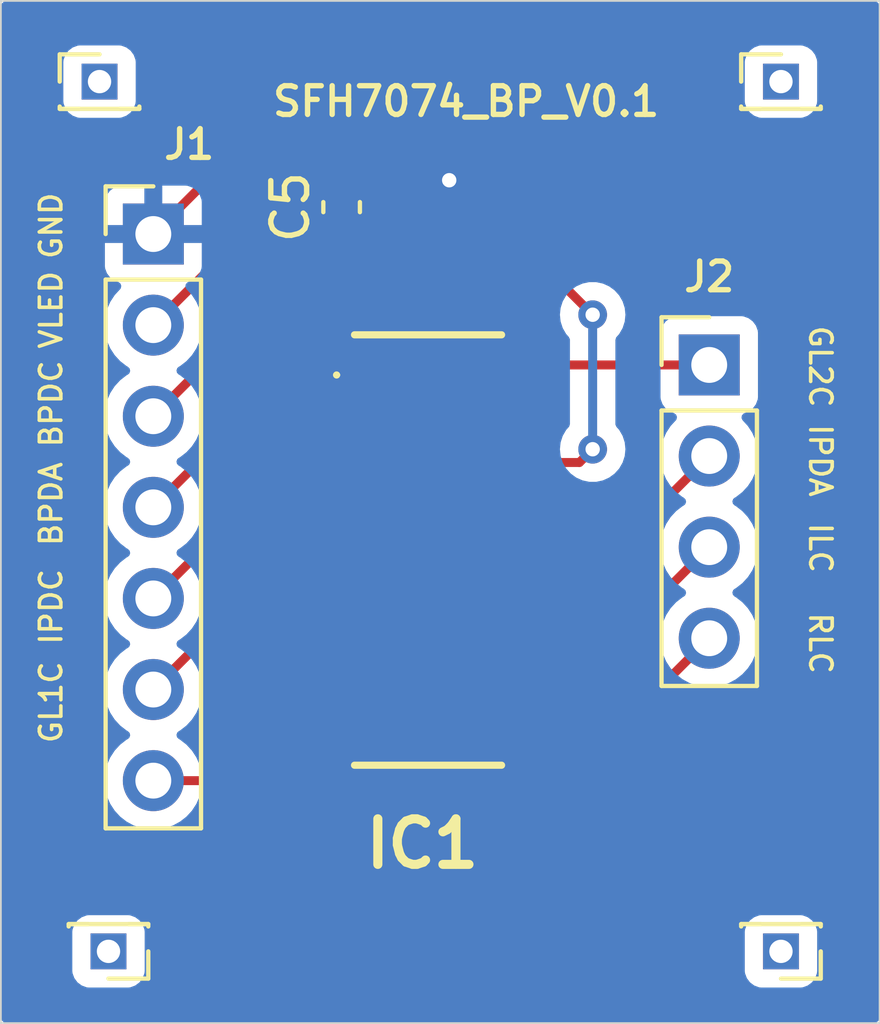
<source format=kicad_pcb>
(kicad_pcb (version 20240108) (generator "pcbnew") (generator_version "8.0")
  (layers (0 "F.Cu" signal) (31 "B.Cu" signal) (34 "B.Paste" user) (35 "F.Paste" user) (36 "B.SilkS" user "B.Silkscreen") (37 "F.SilkS" user "F.Silkscreen") (38 "B.Mask" user) (39 "F.Mask" user) (44 "Edge.Cuts" user))
  (net 0 "")
  (net 1 "GND")
  (net 2 "EXT_LED_VSUPPLY")
  (net 3 "EXT_RED_LED_C")
  (net 4 "EXT_IRDA_LED_C")
  (net 5 "EXT_PD1_C")
  (net 6 "EXT_PD1_A")
  (net 7 "EXT_PD2_C")
  (net 8 "EXT_PD3_A")
  (net 9 "EXT_PD3_C")
  (net 10 "EXT_PD2_A")
  (net 11 "EXT_GREEN_LED_C")
  (footprint "Connector_PinHeader_2.54mm:PinHeader_1x07_P2.54mm_Vertical" (layer "F.Cu") (at 24 21)
    (property "Reference" "J1" (at 1 -2.5 0) (layer "F.SilkS") (effects (font (size 0.8 0.8))))
    (property "Value" "C_01x07")
    (fp_line (start -1.33 -1.33) (end 0 -1.33) (stroke (width 0.12)) (layer "F.SilkS"))
    (fp_line (start -1.33 0) (end -1.33 -1.33) (stroke (width 0.12)) (layer "F.SilkS"))
    (fp_line (start -1.33 1.27) (end -1.33 16.57) (stroke (width 0.12)) (layer "F.SilkS"))
    (fp_line (start -1.33 1.27) (end 1.33 1.27) (stroke (width 0.12)) (layer "F.SilkS"))
    (fp_line (start -1.33 16.57) (end 1.33 16.57) (stroke (width 0.12)) (layer "F.SilkS"))
    (fp_line (start 1.33 1.27) (end 1.33 16.57) (stroke (width 0.12)) (layer "F.SilkS"))
    (pad "1" thru_hole rect (at 0 0) (size 1.7 1.7) (drill 1) (layers "*.Cu" "*.Mask") (net 1 "GND"))
    (pad "2" thru_hole oval (at 0 2.54) (size 1.7 1.7) (drill 1) (layers "*.Cu" "*.Mask") (net 2 "EXT_LED_VSUPPLY"))
    (pad "3" thru_hole oval (at 0 5.08) (size 1.7 1.7) (drill 1) (layers "*.Cu" "*.Mask") (net 5 "EXT_PD1_C"))
    (pad "4" thru_hole oval (at 0 7.62) (size 1.7 1.7) (drill 1) (layers "*.Cu" "*.Mask") (net 11 "EXT_GREEN_LED_C"))
    (pad "5" thru_hole oval (at 0 10.16) (size 1.7 1.7) (drill 1) (layers "*.Cu" "*.Mask") (net 3 "EXT_RED_LED_C"))
    (pad "6" thru_hole oval (at 0 12.7) (size 1.7 1.7) (drill 1) (layers "*.Cu" "*.Mask") (net 10 "EXT_PD2_A"))
    (pad "7" thru_hole oval (at 0 15.24) (size 1.7 1.7) (drill 1) (layers "*.Cu" "*.Mask") (net 9 "EXT_PD3_C"))
  )
  (footprint "Connector_PinHeader_2.54mm:PinHeader_1x04_P2.54mm_Vertical" (layer "F.Cu") (at 39.5 24.65)
    (property "Reference" "J2" (at 0 -2.46 0) (layer "F.SilkS") (effects (font (size 0.8 0.8))))
    (property "Value" "C_01x04")
    (fp_line (start -1.33 -1.33) (end 0 -1.33) (stroke (width 0.12)) (layer "F.SilkS"))
    (fp_line (start -1.33 0) (end -1.33 -1.33) (stroke (width 0.12)) (layer "F.SilkS"))
    (fp_line (start -1.33 1.27) (end -1.33 8.95) (stroke (width 0.12)) (layer "F.SilkS"))
    (fp_line (start -1.33 1.27) (end 1.33 1.27) (stroke (width 0.12)) (layer "F.SilkS"))
    (fp_line (start -1.33 8.95) (end 1.33 8.95) (stroke (width 0.12)) (layer "F.SilkS"))
    (fp_line (start 1.33 1.27) (end 1.33 8.95) (stroke (width 0.12)) (layer "F.SilkS"))
    (pad "1" thru_hole rect (at 0 0) (size 1.7 1.7) (drill 1) (layers "*.Cu" "*.Mask") (net 6 "EXT_PD1_A"))
    (pad "2" thru_hole oval (at 0 2.54) (size 1.7 1.7) (drill 1) (layers "*.Cu" "*.Mask") (net 4 "EXT_IRDA_LED_C"))
    (pad "3" thru_hole oval (at 0 5.08) (size 1.7 1.7) (drill 1) (layers "*.Cu" "*.Mask") (net 7 "EXT_PD2_C"))
    (pad "4" thru_hole oval (at 0 7.62) (size 1.7 1.7) (drill 1) (layers "*.Cu" "*.Mask") (net 8 "EXT_PD3_A"))
  )
  (footprint "Connector_PinHeader_1.27mm:PinHeader_1x01_P1.27mm_Vertical" (layer "F.Cu") (at 41.5 41 180)
    (property "Reference" "H3" (hide yes))
    (property "Value" "MountingHole" (hide yes))
    (fp_line (start 1.11 0.76) (end 1.11 0.695) (stroke (width 0.12)) (layer "F.SilkS"))
    (fp_line (start 0.563471 0.76) (end 1.11 0.76) (stroke (width 0.12)) (layer "F.SilkS"))
    (fp_line (start -1.11 0.76) (end 1.11 0.76) (stroke (width 0.12)) (layer "F.SilkS"))
    (fp_line (start -1.11 0.76) (end -0.563471 0.76) (stroke (width 0.12)) (layer "F.SilkS"))
    (fp_line (start -1.11 0.76) (end -1.11 0.695) (stroke (width 0.12)) (layer "F.SilkS"))
    (fp_line (start -1.11 0) (end -1.11 -0.76) (stroke (width 0.12)) (layer "F.SilkS"))
    (fp_line (start -1.11 -0.76) (end 0 -0.76) (stroke (width 0.12)) (layer "F.SilkS"))
    (pad "1" thru_hole rect (at 0 0 180) (size 1 1) (drill 0.65) (layers "*.Cu" "*.Mask"))
  )
  (footprint "Connector_PinHeader_1.27mm:PinHeader_1x01_P1.27mm_Vertical" (layer "F.Cu") (at 41.5 16.75)
    (property "Reference" "H2" (hide yes))
    (property "Value" "MountingHole" (hide yes))
    (fp_line (start -1.11 -0.76) (end 0 -0.76) (stroke (width 0.12)) (layer "F.SilkS"))
    (fp_line (start -1.11 0) (end -1.11 -0.76) (stroke (width 0.12)) (layer "F.SilkS"))
    (fp_line (start -1.11 0.76) (end -1.11 0.695) (stroke (width 0.12)) (layer "F.SilkS"))
    (fp_line (start -1.11 0.76) (end -0.563471 0.76) (stroke (width 0.12)) (layer "F.SilkS"))
    (fp_line (start -1.11 0.76) (end 1.11 0.76) (stroke (width 0.12)) (layer "F.SilkS"))
    (fp_line (start 0.563471 0.76) (end 1.11 0.76) (stroke (width 0.12)) (layer "F.SilkS"))
    (fp_line (start 1.11 0.76) (end 1.11 0.695) (stroke (width 0.12)) (layer "F.SilkS"))
    (pad "1" thru_hole rect (at 0 0) (size 1 1) (drill 0.65) (layers "*.Cu" "*.Mask"))
  )
  (footprint "Connector_PinHeader_1.27mm:PinHeader_1x01_P1.27mm_Vertical" (layer "F.Cu") (at 22.75 41 180)
    (property "Reference" "H4" (hide yes))
    (property "Value" "MountingHole" (hide yes))
    (fp_line (start 1.11 0.76) (end 1.11 0.695) (stroke (width 0.12)) (layer "F.SilkS"))
    (fp_line (start 0.563471 0.76) (end 1.11 0.76) (stroke (width 0.12)) (layer "F.SilkS"))
    (fp_line (start -1.11 0.76) (end 1.11 0.76) (stroke (width 0.12)) (layer "F.SilkS"))
    (fp_line (start -1.11 0.76) (end -0.563471 0.76) (stroke (width 0.12)) (layer "F.SilkS"))
    (fp_line (start -1.11 0.76) (end -1.11 0.695) (stroke (width 0.12)) (layer "F.SilkS"))
    (fp_line (start -1.11 0) (end -1.11 -0.76) (stroke (width 0.12)) (layer "F.SilkS"))
    (fp_line (start -1.11 -0.76) (end 0 -0.76) (stroke (width 0.12)) (layer "F.SilkS"))
    (pad "1" thru_hole rect (at 0 0 180) (size 1 1) (drill 0.65) (layers "*.Cu" "*.Mask"))
  )
  (footprint "Connector_PinHeader_1.27mm:PinHeader_1x01_P1.27mm_Vertical" (layer "F.Cu") (at 22.5 16.75)
    (property "Reference" "H1" (hide yes))
    (property "Value" "MountingHole" (hide yes))
    (fp_line (start -1.11 -0.76) (end 0 -0.76) (stroke (width 0.12)) (layer "F.SilkS"))
    (fp_line (start -1.11 0) (end -1.11 -0.76) (stroke (width 0.12)) (layer "F.SilkS"))
    (fp_line (start -1.11 0.76) (end -1.11 0.695) (stroke (width 0.12)) (layer "F.SilkS"))
    (fp_line (start -1.11 0.76) (end -0.563471 0.76) (stroke (width 0.12)) (layer "F.SilkS"))
    (fp_line (start -1.11 0.76) (end 1.11 0.76) (stroke (width 0.12)) (layer "F.SilkS"))
    (fp_line (start 0.563471 0.76) (end 1.11 0.76) (stroke (width 0.12)) (layer "F.SilkS"))
    (fp_line (start 1.11 0.76) (end 1.11 0.695) (stroke (width 0.12)) (layer "F.SilkS"))
    (pad "1" thru_hole rect (at 0 0) (size 1 1) (drill 0.65) (layers "*.Cu" "*.Mask"))
  )
  (footprint "breakoutboard:SFH7074" (layer "F.Cu") (at 31.66 29.81 -90)
    (property "Reference" "IC1" (at 8.19 0.16 180) (layer "F.SilkS") (effects (font (size 1.27 1.27) (thickness 0.254))))
    (property "Value" "SFH_7074" (hide yes))
    (fp_line (start -4.88 2.6) (end -4.88 2.6) (stroke (width 0.1)) (layer "F.SilkS"))
    (fp_line (start -4.88 2.5) (end -4.88 2.5) (stroke (width 0.1)) (layer "F.SilkS"))
    (fp_line (start -6 -2.05) (end -6 2.05) (stroke (width 0.2)) (layer "F.SilkS"))
    (fp_line (start 6 -2.05) (end 6 2.05) (stroke (width 0.2)) (layer "F.SilkS"))
    (fp_arc (start -4.88 2.6) (mid -4.93 2.55) (end -4.88 2.5) (stroke (width 0.1)) (layer "F.SilkS"))
    (fp_arc (start -4.88 2.5) (mid -4.83 2.55) (end -4.88 2.6) (stroke (width 0.1)) (layer "F.SilkS"))
    (pad "1" smd rect (at -4.88 1.16) (size 1.32 1.5) (layers "F.Cu" "F.Paste" "F.Mask") (net 5 "EXT_PD1_C"))
    (pad "2" smd rect (at -2.44 1.16) (size 1.32 1.5) (layers "F.Cu" "F.Paste" "F.Mask") (net 11 "EXT_GREEN_LED_C"))
    (pad "3" smd rect (at 0 1.16) (size 1.32 1.5) (layers "F.Cu" "F.Paste" "F.Mask") (net 3 "EXT_RED_LED_C"))
    (pad "4" smd rect (at 2.44 1.16) (size 1.32 1.5) (layers "F.Cu" "F.Paste" "F.Mask") (net 10 "EXT_PD2_A"))
    (pad "5" smd rect (at 4.88 1.16) (size 1.32 1.5) (layers "F.Cu" "F.Paste" "F.Mask") (net 9 "EXT_PD3_C"))
    (pad "6" smd rect (at 4.88 -1.16) (size 1.32 1.5) (layers "F.Cu" "F.Paste" "F.Mask") (net 8 "EXT_PD3_A"))
    (pad "7" smd rect (at 2.44 -1.16) (size 1.32 1.5) (layers "F.Cu" "F.Paste" "F.Mask") (net 7 "EXT_PD2_C"))
    (pad "8" smd rect (at 0 -1.16) (size 1.32 1.5) (layers "F.Cu" "F.Paste" "F.Mask") (net 4 "EXT_IRDA_LED_C"))
    (pad "9" smd rect (at -2.44 -1.16) (size 1.32 1.5) (layers "F.Cu" "F.Paste" "F.Mask") (net 2 "EXT_LED_VSUPPLY"))
    (pad "10" smd rect (at -4.88 -1.16) (size 1.32 1.5) (layers "F.Cu" "F.Paste" "F.Mask") (net 6 "EXT_PD1_A"))
  )
  (footprint "Capacitor_SMD:C_0603_1608Metric" (layer "F.Cu") (at 29.25 20.25 90)
    (property "Reference" "C5" (at 0 -1.43 -90) (layer "F.SilkS"))
    (property "Value" "20uF")
    (fp_line (start -0.14058 -0.51) (end 0.14058 -0.51) (stroke (width 0.12)) (layer "F.SilkS"))
    (fp_line (start -0.14058 0.51) (end 0.14058 0.51) (stroke (width 0.12)) (layer "F.SilkS"))
    (pad "1" smd roundrect (at -0.775 0 90) (size 0.9 0.95) (layers "F.Cu" "F.Paste" "F.Mask") (net 2 "EXT_LED_VSUPPLY"))
    (pad "2" smd roundrect (at 0.775 0 90) (size 0.9 0.95) (layers "F.Cu" "F.Paste" "F.Mask") (net 1 "GND"))
  )
  (gr_rect (start 19.75 14.5) (end 44.25 43) (stroke (width 0.05)) (fill none) (layer "Edge.Cuts"))
  (gr_text "GL2C" (at 42.25 23.5 270) (layer "F.SilkS") (effects (font (size 0.6 0.6) (thickness 0.1) (bold yes)) (justify left bottom)))
  (gr_text "GND" (at 21.5 21.75 90) (layer "F.SilkS") (effects (font (size 0.6 0.6) (thickness 0.1)) (justify left bottom)))
  (gr_text "VLED" (at 21.5 24.25 90) (layer "F.SilkS") (effects (font (size 0.6 0.6) (thickness 0.1)) (justify left bottom)))
  (gr_text "BPDA" (at 21.5 29.75 90) (layer "F.SilkS") (effects (font (size 0.6 0.6) (thickness 0.1) (bold yes)) (justify left bottom)))
  (gr_text "GL1C" (at 21.5 35.25 90) (layer "F.SilkS") (effects (font (size 0.6 0.6) (thickness 0.1) (bold yes)) (justify left bottom)))
  (gr_text "ILC" (at 42.25 29 270) (layer "F.SilkS") (effects (font (size 0.6 0.6) (thickness 0.1) (bold yes)) (justify left bottom)))
  (gr_text "IPDC" (at 21.5 32.5 90) (layer "F.SilkS") (effects (font (size 0.6 0.6) (thickness 0.1) (bold yes)) (justify left bottom)))
  (gr_text "RLC" (at 42.25 31.5 270) (layer "F.SilkS") (effects (font (size 0.6 0.6) (thickness 0.1) (bold yes)) (justify left bottom)))
  (gr_text "IPDA" (at 42.25 26.25 270) (layer "F.SilkS") (effects (font (size 0.6 0.6) (thickness 0.1) (bold yes)) (justify left bottom)))
  (gr_text "BPDC" (at 21.5 27 90) (layer "F.SilkS") (effects (font (size 0.6 0.6) (thickness 0.1)) (justify left bottom)))
  (gr_text "SFH7074_BP_V0.1" (at 27.25 17.77 0) (layer "F.SilkS") (effects (font (size 0.8 0.8) (thickness 0.15) (bold yes)) (justify left bottom)))
  (segment (start 29.25 19.475) (end 25.525 19.475) (width 0.25) (layer "F.Cu") (net 1))
  (segment (start 25.525 19.475) (end 24 21) (width 0.25) (layer "F.Cu") (net 1))
  (segment (start 32.225 19.475) (end 29.25 19.475) (width 0.25) (layer "F.Cu") (net 1))
  (segment (start 32.25 19.5) (end 32.225 19.475) (width 0.25) (layer "F.Cu") (net 1))
  (via (at 32.25 19.5) (size 0.8) (drill 0.4) (layers "F.Cu" "B.Cu") (net 1))
  (segment (start 26.515 21.025) (end 29.25 21.025) (width 0.25) (layer "F.Cu") (net 2))
  (segment (start 35.88 27.37) (end 36.25 27) (width 0.25) (layer "F.Cu") (net 2))
  (segment (start 36.25 23.25) (end 34.025 21.025) (width 0.25) (layer "F.Cu") (net 2))
  (segment (start 34.025 21.025) (end 29.25 21.025) (width 0.25) (layer "F.Cu") (net 2))
  (segment (start 24 23.54) (end 26.515 21.025) (width 0.25) (layer "F.Cu") (net 2))
  (segment (start 32.82 27.37) (end 35.88 27.37) (width 0.25) (layer "F.Cu") (net 2))
  (via (at 36.25 23.25) (size 0.8) (drill 0.4) (layers "F.Cu" "B.Cu") (net 2))
  (via (at 36.25 27) (size 0.8) (drill 0.4) (layers "F.Cu" "B.Cu") (net 2))
  (segment (start 36.25 27) (end 36.25 23.25) (width 0.25) (layer "B.Cu") (net 2))
  (segment (start 30.5 29.81) (end 25.35 29.81) (width 0.25) (layer "F.Cu") (net 3))
  (segment (start 25.35 29.81) (end 24 31.16) (width 0.25) (layer "F.Cu") (net 3))
  (segment (start 39.5 27.19) (end 36.88 29.81) (width 0.25) (layer "F.Cu") (net 4))
  (segment (start 36.88 29.81) (end 32.82 29.81) (width 0.25) (layer "F.Cu") (net 4))
  (segment (start 24 26.08) (end 25.15 24.93) (width 0.25) (layer "F.Cu") (net 5))
  (segment (start 25.15 24.93) (end 30.5 24.93) (width 0.25) (layer "F.Cu") (net 5))
  (segment (start 33.1 24.65) (end 32.82 24.93) (width 0.25) (layer "F.Cu") (net 6))
  (segment (start 39.5 24.65) (end 33.1 24.65) (width 0.25) (layer "F.Cu") (net 6))
  (segment (start 39.64 29.6) (end 39.75 29.71) (width 0.25) (layer "F.Cu") (net 7))
  (segment (start 36.98 32.25) (end 32.82 32.25) (width 0.25) (layer "F.Cu") (net 7))
  (segment (start 39.5 29.73) (end 36.98 32.25) (width 0.25) (layer "F.Cu") (net 7))
  (segment (start 39.75 32.25) (end 39.5 32.25) (width 0.25) (layer "F.Cu") (net 8))
  (segment (start 37.08 34.69) (end 32.82 34.69) (width 0.25) (layer "F.Cu") (net 8))
  (segment (start 39.5 32.27) (end 37.08 34.69) (width 0.25) (layer "F.Cu") (net 8))
  (segment (start 28.95 36.24) (end 30.5 34.69) (width 0.25) (layer "F.Cu") (net 9))
  (segment (start 24 36.24) (end 28.95 36.24) (width 0.25) (layer "F.Cu") (net 9))
  (segment (start 25.45 32.25) (end 24 33.7) (width 0.25) (layer "F.Cu") (net 10))
  (segment (start 30.5 32.25) (end 25.45 32.25) (width 0.25) (layer "F.Cu") (net 10))
  (segment (start 25.25 27.37) (end 24 28.62) (width 0.25) (layer "F.Cu") (net 11))
  (segment (start 30.5 27.37) (end 25.25 27.37) (width 0.25) (layer "F.Cu") (net 11))
  (zone (net 1) (net_name "GND") (layer "B.Cu") (connect_pads (clearance 0.508)) (min_thickness 0.25) (fill yes (thermal_gap 0.5) (thermal_bridge_width 0.5))
    (polygon (pts (xy 19.75 14.5) (xy 44.25 14.5) (xy 44.25 43) (xy 19.75 43)))
  )
)
</source>
